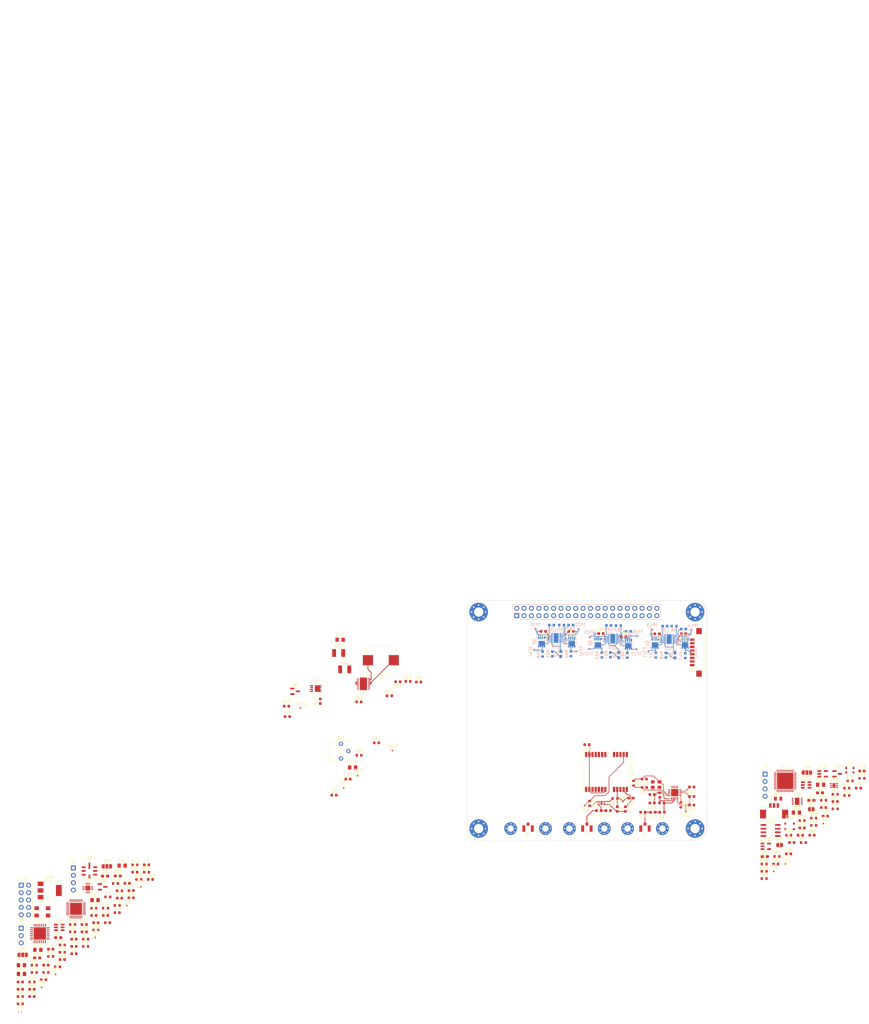
<source format=kicad_pcb>
(kicad_pcb (version 20211014) (generator pcbnew)

  (general
    (thickness 1.6)
  )

  (paper "A4")
  (layers
    (0 "F.Cu" signal)
    (31 "B.Cu" signal)
    (32 "B.Adhes" user "B.Adhesive")
    (33 "F.Adhes" user "F.Adhesive")
    (34 "B.Paste" user)
    (35 "F.Paste" user)
    (36 "B.SilkS" user "B.Silkscreen")
    (37 "F.SilkS" user "F.Silkscreen")
    (38 "B.Mask" user)
    (39 "F.Mask" user)
    (40 "Dwgs.User" user "User.Drawings")
    (41 "Cmts.User" user "User.Comments")
    (42 "Eco1.User" user "User.Eco1")
    (43 "Eco2.User" user "User.Eco2")
    (44 "Edge.Cuts" user)
    (45 "Margin" user)
    (46 "B.CrtYd" user "B.Courtyard")
    (47 "F.CrtYd" user "F.Courtyard")
    (48 "B.Fab" user)
    (49 "F.Fab" user)
    (50 "User.1" user)
    (51 "User.2" user)
    (52 "User.3" user)
    (53 "User.4" user)
    (54 "User.5" user)
    (55 "User.6" user)
    (56 "User.7" user)
    (57 "User.8" user)
    (58 "User.9" user)
  )

  (setup
    (stackup
      (layer "F.SilkS" (type "Top Silk Screen"))
      (layer "F.Paste" (type "Top Solder Paste"))
      (layer "F.Mask" (type "Top Solder Mask") (thickness 0.01))
      (layer "F.Cu" (type "copper") (thickness 0.035))
      (layer "dielectric 1" (type "core") (thickness 1.51) (material "FR4") (epsilon_r 4.5) (loss_tangent 0.02))
      (layer "B.Cu" (type "copper") (thickness 0.035))
      (layer "B.Mask" (type "Bottom Solder Mask") (thickness 0.01))
      (layer "B.Paste" (type "Bottom Solder Paste"))
      (layer "B.SilkS" (type "Bottom Silk Screen"))
      (copper_finish "None")
      (dielectric_constraints no)
    )
    (pad_to_mask_clearance 0)
    (pcbplotparams
      (layerselection 0x00010fc_ffffffff)
      (disableapertmacros false)
      (usegerberextensions false)
      (usegerberattributes true)
      (usegerberadvancedattributes true)
      (creategerberjobfile true)
      (svguseinch false)
      (svgprecision 6)
      (excludeedgelayer true)
      (plotframeref false)
      (viasonmask false)
      (mode 1)
      (useauxorigin false)
      (hpglpennumber 1)
      (hpglpenspeed 20)
      (hpglpendiameter 15.000000)
      (dxfpolygonmode true)
      (dxfimperialunits true)
      (dxfusepcbnewfont true)
      (psnegative false)
      (psa4output false)
      (plotreference true)
      (plotvalue true)
      (plotinvisibletext false)
      (sketchpadsonfab false)
      (subtractmaskfromsilk false)
      (outputformat 1)
      (mirror false)
      (drillshape 1)
      (scaleselection 1)
      (outputdirectory "")
    )
  )

  (net 0 "")
  (net 1 "Net-(C1-Pad1)")
  (net 2 "GND")
  (net 3 "+3V3")
  (net 4 "/OpenLST (Beacon)/PA_VAPC")
  (net 5 "+3V8")
  (net 6 "/OpenLST (Beacon)/VDD_USB_LST")
  (net 7 "Net-(C12-Pad1)")
  (net 8 "Net-(C13-Pad2)")
  (net 9 "Net-(C15-Pad1)")
  (net 10 "Net-(C16-Pad1)")
  (net 11 "Net-(C17-Pad1)")
  (net 12 "Net-(C17-Pad2)")
  (net 13 "/MCU/MCU_POWER")
  (net 14 "Net-(C19-Pad1)")
  (net 15 "/3V3 power share/VCC_EN")
  (net 16 "Net-(C21-Pad2)")
  (net 17 "Net-(C22-Pad1)")
  (net 18 "Net-(C23-Pad2)")
  (net 19 "Net-(C24-Pad1)")
  (net 20 "Net-(C24-Pad2)")
  (net 21 "Net-(C25-Pad2)")
  (net 22 "Net-(C26-Pad1)")
  (net 23 "Net-(C29-Pad1)")
  (net 24 "/3V3 power share/EPS#1")
  (net 25 "Net-(C35-Pad2)")
  (net 26 "Net-(C38-Pad1)")
  (net 27 "Net-(C38-Pad2)")
  (net 28 "Net-(C39-Pad1)")
  (net 29 "Net-(C39-Pad2)")
  (net 30 "/MCU/VREF")
  (net 31 "Net-(C42-Pad1)")
  (net 32 "Net-(C43-Pad1)")
  (net 33 "Net-(C43-Pad2)")
  (net 34 "Net-(C45-Pad1)")
  (net 35 "Net-(C45-Pad2)")
  (net 36 "Net-(C48-Pad1)")
  (net 37 "Net-(C48-Pad2)")
  (net 38 "Net-(C49-Pad1)")
  (net 39 "/3V3 power share/EPS#2")
  (net 40 "Net-(C50-Pad1)")
  (net 41 "VIN")
  (net 42 "Net-(C52-Pad1)")
  (net 43 "Net-(C52-Pad2)")
  (net 44 "Net-(C53-Pad1)")
  (net 45 "Net-(C54-Pad1)")
  (net 46 "/Power Convertor/VBAT1/VCC_EN")
  (net 47 "/Power Convertor/EPS#1_VBAT")
  (net 48 "Net-(C57-Pad2)")
  (net 49 "Net-(C60-Pad1)")
  (net 50 "/Power Convertor/EPS#2_VBAT")
  (net 51 "Net-(C61-Pad1)")
  (net 52 "/5V power share/VCC_EN")
  (net 53 "/5V power share/EPS#1")
  (net 54 "Net-(C63-Pad2)")
  (net 55 "Net-(C64-Pad1)")
  (net 56 "/5V power share/EPS#2")
  (net 57 "Net-(C65-Pad1)")
  (net 58 "/OpenLST (Beacon)/USB_POWER_LST")
  (net 59 "Net-(D1-Pad2)")
  (net 60 "Net-(D2-Pad2)")
  (net 61 "Net-(D3-Pad1)")
  (net 62 "Net-(D4-Pad1)")
  (net 63 "/MCU/CAN_L")
  (net 64 "/MCU/CAN_H")
  (net 65 "Net-(D6-Pad1)")
  (net 66 "Net-(D6-Pad2)")
  (net 67 "Net-(D7-Pad1)")
  (net 68 "Net-(D7-Pad2)")
  (net 69 "Net-(D8-Pad1)")
  (net 70 "Net-(D8-Pad2)")
  (net 71 "Net-(D9-Pad1)")
  (net 72 "Net-(F1-Pad2)")
  (net 73 "Net-(FB1-Pad1)")
  (net 74 "/OpenLST (Beacon)/PROG_DD")
  (net 75 "/OpenLST (Beacon)/PROG_DC")
  (net 76 "unconnected-(J2-Pad5)")
  (net 77 "unconnected-(J2-Pad6)")
  (net 78 "unconnected-(J2-Pad7)")
  (net 79 "/OpenLST (Beacon)/~{LST_RESET}")
  (net 80 "unconnected-(J2-Pad9)")
  (net 81 "unconnected-(J2-Pad10)")
  (net 82 "Net-(J4-Pad2)")
  (net 83 "Net-(J4-Pad3)")
  (net 84 "Net-(J5-Pad2)")
  (net 85 "Net-(J5-Pad3)")
  (net 86 "/MCU/USB_POWER")
  (net 87 "Net-(J7-Pad2)")
  (net 88 "Net-(J7-Pad3)")
  (net 89 "/MCU/SWCLK")
  (net 90 "/MCU/SWDIO")
  (net 91 "/MCU/QSPI_D1{slash}CAM_CSN")
  (net 92 "/MCU/QSPI_D2{slash}CAM_MOSI")
  (net 93 "/MCU/QSPI_D3{slash}CAM_MISO")
  (net 94 "/MCU/LED1_QSPI")
  (net 95 "+5V")
  (net 96 "/I2C_SDA")
  (net 97 "/I2C_SCL")
  (net 98 "unconnected-(J12-Pad6)")
  (net 99 "unconnected-(J12-Pad8)")
  (net 100 "unconnected-(J12-Pad11)")
  (net 101 "unconnected-(J12-Pad12)")
  (net 102 "unconnected-(J12-Pad13)")
  (net 103 "unconnected-(J12-Pad14)")
  (net 104 "unconnected-(J12-Pad15)")
  (net 105 "unconnected-(J12-Pad16)")
  (net 106 "unconnected-(J12-Pad17)")
  (net 107 "unconnected-(J12-Pad18)")
  (net 108 "/MCU/RS_485_~{B}")
  (net 109 "/MCU/RS_485_A")
  (net 110 "unconnected-(J12-Pad23)")
  (net 111 "unconnected-(J12-Pad24)")
  (net 112 "/MCU/LED1_CAM")
  (net 113 "/MCU/QSPI_SCK")
  (net 114 "/MCU/QSPI_NCS")
  (net 115 "unconnected-(J12-Pad34)")
  (net 116 "unconnected-(J12-Pad36)")
  (net 117 "Net-(JP1-Pad1)")
  (net 118 "/MCU/NRST")
  (net 119 "Net-(JP2-Pad1)")
  (net 120 "Net-(JP2-Pad2)")
  (net 121 "/OpenLST (Beacon)/RF_EN")
  (net 122 "/OpenLST (Beacon)/RF_EN_MCU")
  (net 123 "/OpenLST (Beacon)/RF_PWR_EN")
  (net 124 "Net-(JP4-Pad3)")
  (net 125 "/MCU/VDD_USB")
  (net 126 "Net-(L3-Pad1)")
  (net 127 "Net-(L3-Pad2)")
  (net 128 "Net-(L4-Pad1)")
  (net 129 "Net-(L4-Pad2)")
  (net 130 "Net-(Q1-Pad5)")
  (net 131 "Net-(Q1-Pad4)")
  (net 132 "Net-(Q2-Pad4)")
  (net 133 "Net-(Q2-Pad5)")
  (net 134 "Net-(Q3-Pad4)")
  (net 135 "Net-(Q3-Pad5)")
  (net 136 "Net-(Q4-Pad5)")
  (net 137 "Net-(Q4-Pad4)")
  (net 138 "Net-(Q5-Pad4)")
  (net 139 "Net-(Q5-Pad5)")
  (net 140 "Net-(Q6-Pad5)")
  (net 141 "Net-(Q6-Pad4)")
  (net 142 "Net-(Q7-Pad4)")
  (net 143 "Net-(Q7-Pad5)")
  (net 144 "/OpenLST (Beacon)/~{LST_RX_MODE}")
  (net 145 "/OpenLST (Beacon)/LST_TX_MODE")
  (net 146 "Net-(R3-Pad2)")
  (net 147 "Net-(R4-Pad2)")
  (net 148 "Net-(R5-Pad1)")
  (net 149 "/OpenLST (Beacon)/USB_N")
  (net 150 "/OpenLST (Beacon)/USB_P")
  (net 151 "Net-(R6-Pad2)")
  (net 152 "Net-(R8-Pad2)")
  (net 153 "Net-(R9-Pad1)")
  (net 154 "/OpenLST (Beacon)/UART0_CTS")
  (net 155 "Net-(R10-Pad1)")
  (net 156 "/OpenLST (Beacon)/UART0_RTS")
  (net 157 "Net-(R11-Pad1)")
  (net 158 "/OpenLST (Beacon)/UART0_RX")
  (net 159 "Net-(R12-Pad1)")
  (net 160 "/OpenLST (Beacon)/UART0_TX")
  (net 161 "Net-(R15-Pad2)")
  (net 162 "Net-(R16-Pad2)")
  (net 163 "Net-(R17-Pad1)")
  (net 164 "Net-(R17-Pad2)")
  (net 165 "Net-(R19-Pad2)")
  (net 166 "/OpenLST (Beacon)/AN0")
  (net 167 "/OpenLST (Beacon)/AN1")
  (net 168 "Net-(R25-Pad2)")
  (net 169 "/OpenLST (Beacon)/RF_BYP")
  (net 170 "Net-(R32-Pad1)")
  (net 171 "/MCU/LED2")
  (net 172 "/MCU/CAN_RS")
  (net 173 "/MCU/RS_485_R_EN")
  (net 174 "/MCU/RS_485_T_EN")
  (net 175 "Net-(R43-Pad2)")
  (net 176 "Net-(R44-Pad1)")
  (net 177 "Net-(R44-Pad2)")
  (net 178 "Net-(R45-Pad1)")
  (net 179 "/MCU/USB_N")
  (net 180 "/MCU/USB_P")
  (net 181 "Net-(R46-Pad2)")
  (net 182 "Net-(R51-Pad2)")
  (net 183 "Net-(R52-Pad1)")
  (net 184 "Net-(R54-Pad2)")
  (net 185 "Net-(R59-Pad2)")
  (net 186 "Net-(R63-Pad2)")
  (net 187 "unconnected-(U1-Pad1)")
  (net 188 "unconnected-(U1-Pad3)")
  (net 189 "/GPS Module/IRQ")
  (net 190 "unconnected-(U1-Pad5)")
  (net 191 "unconnected-(U1-Pad6)")
  (net 192 "/GPS Module/RESET")
  (net 193 "unconnected-(U1-Pad15)")
  (net 194 "unconnected-(U1-Pad16)")
  (net 195 "unconnected-(U1-Pad17)")
  (net 196 "/GPS Module/TXD")
  (net 197 "/GPS Module/RXD")
  (net 198 "unconnected-(U2-Pad8)")
  (net 199 "unconnected-(U2-Pad18)")
  (net 200 "unconnected-(U2-Pad20)")
  (net 201 "/MCU/NRF_CE")
  (net 202 "/MCU/NRF_SPI_CSN")
  (net 203 "/MCU/NRF_SPI_SCK")
  (net 204 "/MCU/NRF_SPI_MOSI")
  (net 205 "/MCU/NRF_SPI_MISO")
  (net 206 "/MCU/NRF_IRQ")
  (net 207 "Net-(U8-Pad2)")
  (net 208 "Net-(U8-Pad6)")
  (net 209 "unconnected-(U9-Pad14)")
  (net 210 "unconnected-(U9-Pad16)")
  (net 211 "unconnected-(U9-Pad25)")
  (net 212 "unconnected-(U10-Pad3)")
  (net 213 "/MCU/WDG_RESET")
  (net 214 "unconnected-(U11-Pad3)")
  (net 215 "unconnected-(U12-Pad1)")
  (net 216 "/MCU/LSE")
  (net 217 "unconnected-(U12-Pad4)")
  (net 218 "/MCU/HSE")
  (net 219 "unconnected-(U12-Pad6)")
  (net 220 "/MCU/CAN_RX")
  (net 221 "/MCU/CAN_TX")
  (net 222 "unconnected-(U12-Pad44)")
  (net 223 "unconnected-(U13-Pad3)")
  (net 224 "/MCU/RS_485_R")
  (net 225 "/MCU/RS_485_T")
  (net 226 "unconnected-(U15-Pad7)")
  (net 227 "unconnected-(X1-Pad1)")

  (footprint "Capacitor_SMD:C_0805_2012Metric_Pad1.18x1.45mm_HandSolder" (layer "F.Cu") (at 206.7304 107.3976))

  (footprint "TCY_Buttons:KMT031NGJLHS" (layer "F.Cu") (at 196.0354 121.7426))

  (footprint "Resistor_SMD:R_0603_1608Metric" (layer "F.Cu") (at -42.796 157.4124))

  (footprint "Resistor_SMD:R_0603_1608Metric" (layer "F.Cu") (at 211.7404 110.6976))

  (footprint "Package_DFN_QFN:QFN-20-1EP_4x4mm_P0.5mm_EP2.5x2.5mm" (layer "F.Cu") (at 156.5148 110.1344 -90))

  (footprint "MountingHole:MountingHole_3.2mm_M3_Pad_Via" (layer "F.Cu") (at 163.5 122.5))

  (footprint "Resistor_SMD:R_0603_1608Metric" (layer "F.Cu") (at -54.346 162.5624))

  (footprint "Capacitor_SMD:C_0603_1608Metric" (layer "F.Cu") (at -64.806 180.3024))

  (footprint "Capacitor_SMD:C_0603_1608Metric" (layer "F.Cu") (at 138.832623 56.425689))

  (footprint "TCY_Connector:TestPoint_Pad_D0.5mm" (layer "F.Cu") (at 47.333369 104.302569))

  (footprint "LED_SMD:LED_0603_1608Metric_Pad1.05x0.95mm_HandSolder" (layer "F.Cu") (at -39.601 138.8524))

  (footprint "Capacitor_SMD:C_0805_2012Metric_Pad1.18x1.45mm_HandSolder" (layer "F.Cu") (at -43.076 147.1224))

  (footprint "Resistor_SMD:R_0603_1608Metric" (layer "F.Cu") (at -25.346 137.4924))

  (footprint "Resistor_SMD:R_0603_1608Metric" (layer "F.Cu") (at 207.7304 112.7476))

  (footprint "Inductor_SMD:L_0603_1608Metric" (layer "F.Cu") (at -60.796 174.5224))

  (footprint "Package_TO_SOT_SMD:SOT-23" (layer "F.Cu") (at -40.486 142.5524))

  (footprint "Resistor_SMD:R_0603_1608Metric" (layer "F.Cu") (at 127.2104 113.8306 -90))

  (footprint "MountingHole:MountingHole_3.2mm_M3_Pad_Via" (layer "F.Cu") (at 89 48))

  (footprint "Resistor_SMD:R_0603_1608Metric" (layer "F.Cu") (at -28.016 140.0024))

  (footprint "Package_TO_SOT_SMD:SOT-23-6" (layer "F.Cu") (at 201.7504 107.4976))

  (footprint "Capacitor_SMD:C_0603_1608Metric" (layer "F.Cu") (at -54.346 167.5824))

  (footprint "Inductor_SMD:L_0603_1608Metric" (layer "F.Cu") (at 23.1417 83.9724))

  (footprint "Capacitor_SMD:C_0603_1608Metric" (layer "F.Cu") (at 126.296 93.6244 180))

  (footprint "Package_TO_SOT_SMD:SOT-223-3_TabPin2" (layer "F.Cu") (at -58.696 143.8024))

  (footprint "Capacitor_SMD:C_0603_1608Metric" (layer "F.Cu") (at 211.7404 113.2076))

  (footprint "Capacitor_SMD:C_0603_1608Metric" (layer "F.Cu") (at -46.806 155.5224))

  (footprint "Inductor_SMD:L_0603_1608Metric" (layer "F.Cu") (at 133.5859 116.332))

  (footprint "TCY_Connector:TestPoint_Pad_D0.5mm" (layer "F.Cu") (at -32.135431 148.992969))

  (footprint "RF_GPS:ublox_NEO" (layer "F.Cu") (at 133.0016 103.0224 90))

  (footprint "Capacitor_SMD:C_0603_1608Metric" (layer "F.Cu") (at -68.816 177.7924))

  (footprint "Resistor_SMD:R_0603_1608Metric" (layer "F.Cu") (at -64.806 175.2824))

  (footprint "Resistor_SMD:R_0603_1608Metric" (layer "F.Cu") (at 158.5976 114.3508 90))

  (footprint "Jumper:SolderJumper-2_P1.3mm_Open_RoundedPad1.0x1.5mm" (layer "F.Cu") (at 192.6104 128.1676))

  (footprint "Capacitor_SMD:C_0603_1608Metric" (layer "F.Cu") (at 141.4344 112.014))

  (footprint "Jumper:SolderJumper-2_P1.3mm_Open_RoundedPad1.0x1.5mm" (layer "F.Cu") (at 203.5104 115.8576))

  (footprint "Capacitor_SMD:C_0603_1608Metric" (layer "F.Cu") (at 208.3604 118.2276))

  (footprint "TCY_Connector:TestPoint_Pad_D0.5mm" (layer "F.Cu") (at -27.325431 142.572969))

  (footprint "Capacitor_SMD:C_0603_1608Metric" (layer "F.Cu") (at 139.504 115.7996 -90))

  (footprint "Jumper:SolderJumper-3_P1.3mm_Open_RoundedPad1.0x1.5mm" (layer "F.Cu") (at 202.0004 103.2176))

  (footprint "Capacitor_SMD:C_0603_1608Metric" (layer "F.Cu") (at 148.7046 113.6904))

  (footprint "MountingHole:MountingHole_3.2mm_M3_Pad_Via" (layer "F.Cu") (at 163.5 48))

  (footprint "Resistor_SMD:R_0603_1608Metric" (layer "F.Cu") (at -35.456 148.9324))

  (footprint "Resistor_SMD:R_0603_1608Metric" (layer "F.Cu") (at -46.326 163.0524))

  (footprint "Package_DFN_QFN:QFN-12-1EP_3x3mm_P0.5mm_EP1.65x1.65mm" (layer "F.Cu") (at -45.576 142.9724))

  (footprint "Resistor_SMD:R_0603_1608Metric" (layer "F.Cu") (at 215.7504 111.0976))

  (footprint "Resistor_SMD:R_0603_1608Metric" (layer "F.Cu") (at 200.3404 119.7476))

  (footprint "TCY_Connector:TestPoint_Pad_D0.5mm" (layer "F.Cu") (at 59.2626 95.644))

  (footprint "Capacitor_SMD:C_0603_1608Metric" (layer "F.Cu") (at -34.656 146.4224))

  (footprint "Jumper:SolderJumper-3_P1.3mm_Open_RoundedPad1.0x1.5mm" (layer "F.Cu") (at -38.996 135.5024))

  (footprint "TCY_Connector:TestPoint_Pad_D0.5mm" (layer "F.Cu") (at 138.6912 113.1824))

  (footprint "Resistor_SMD:R_0603_1608Metric" (layer "F.Cu") (at -54.346 165.0724))

  (footprint "Resistor_SMD:R_0603_1608Metric" (layer "F.Cu") (at -29.356 134.9824))

  (footprint "Connector_PinHeader_2.54mm:PinHeader_1x04_P2.54mm_Vertical" (layer "F.Cu") (at -50.546 136.0524))

  (footprint "Capacitor_SMD:C_0805_2012Metric_Pad1.18x1.45mm_HandSolder" (layer "F.Cu") (at -68.416 169.5124))

  (footprint "Capacitor_SMD:C_0603_1608Metric" (layer "F.Cu") (at 200.3404 122.2576))

  (footprint "Resistor_SMD:R_0603_1608Metric" (layer "F.Cu") (at 215.7504 108.5876))

  (footprint "Resistor_SMD:R_0603_1608Metric" (layer "F.Cu")
    (tedit 5F68FEEE) (tstamp 50a094e9-d2c1-477f-a23e-76fdc0f40352)
    (at -68.816 180.3024)
    (descr "Resistor SMD 0603 (1608 Metric), square (rectangular) end terminal, IPC_7351 nominal, (Body size source: IPC-SM-782 page 72, https://www.pcb-3d.com/wordpress/wp-content/uploads/ipc-sm-782a_amendment_1_and_2.pdf), generated with kicad-footprint-generator")
    (tags "resistor")
    (property "Sheetfile" "OpenLST.kicad_sch")
    (property "Sheetname" "OpenLST (Beacon)")
    (path "/829b2795-9702-4633-a078-e2998d6d9402/00000000-0000-0000-0000-00005b332172")
    (attr smd)
    (fp_text reference "R25" (at 0 -1.43) (layer "F.SilkS")
      (effects (font (size 1 1) (thickness 0.15)))
      (tstamp 3139921f-db5a-4426-a878-942f589611b5)
    )
    (fp_text value "DNI" (at 0 1.43) (layer "F.Fab")
      (effects (font (size 1 1) (thickness 0.15)))
      (tstamp 9000443d-241b-4fa4-8f82-e9e0715c5085)
    )
    (fp_text user "${REFERENCE}" (at 0 0) (layer "F.Fab")
      (effects (font (size 0.4 0.4) (thickness 0.06)))
      (tstamp a77b5ac0-3f9a-4738-a77d-0b98d16a8a26)
    )
    (fp_line (start -0.237258 0.5225) (end 0.237258 0.5225) (layer "F.SilkS") (width 0.12) (tstamp dc50f3ce-2047-42e4-a53e-92eaa5cd9890))
    (fp_line (start -0.237258 -0.5225) (end 0.237258 -0.5225) (layer "F.SilkS") (width 0.12) (tstamp fc6a739c-bfd5-4bd6-8b8e-ca54452243d3))
    (fp_line (start 1.48 0.73) (end -1.48 0.73) (layer "F.CrtYd") (width 0.05) (tstamp 12611116-bd43-42d9-b942-0ec8bfc55476))
    (fp_line (start 1.48 -0.73) (end 1.48 0.73) (layer "F.CrtYd") (width 0.05) (tstamp 26825d58-251d-4d3c-a75c-fc88bd9713ec))
    (fp_line (start -1.48 -0.73) (end 1.48 -0.73) (layer "F.CrtYd")
... [695116 chars truncated]
</source>
